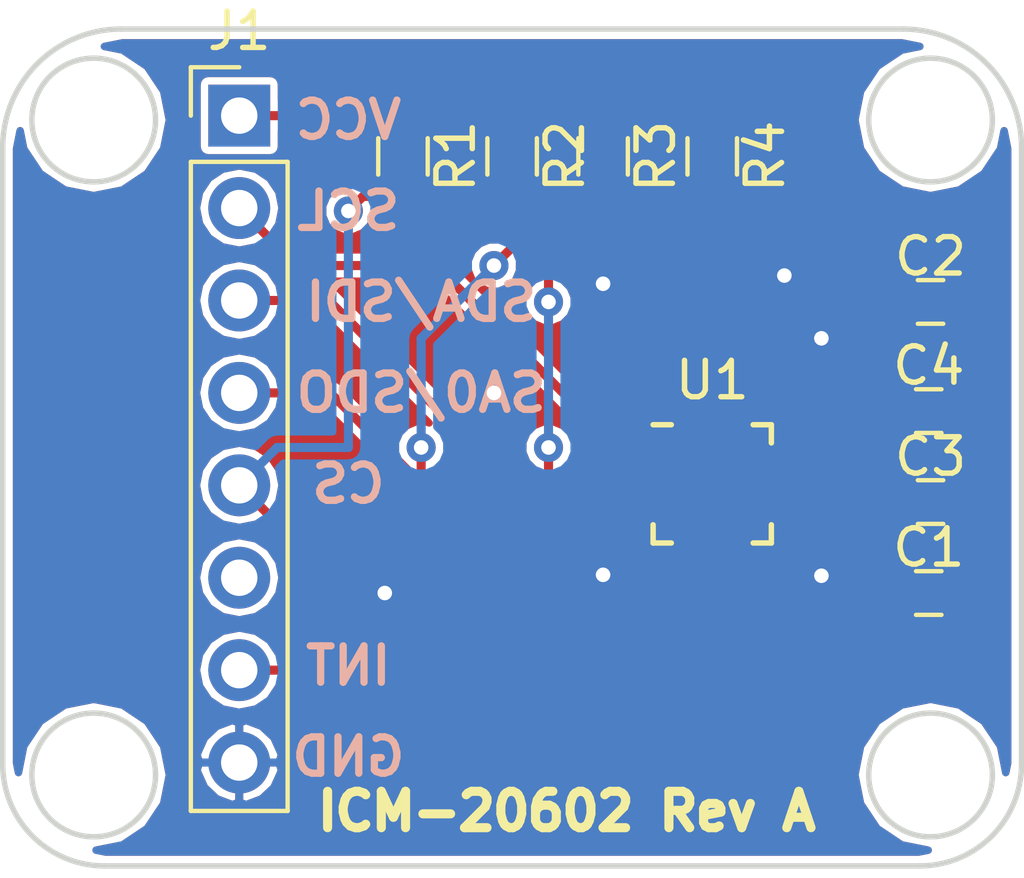
<source format=kicad_pcb>
(kicad_pcb (version 20170919) (host pcbnew "(2017-09-19 revision dddaa7e69)-makepkg")

  (general
    (thickness 1.6)
    (drawings 20)
    (tracks 76)
    (zones 0)
    (modules 10)
    (nets 12)
  )

  (page A4)
  (layers
    (0 F.Cu signal)
    (31 B.Cu signal)
    (32 B.Adhes user)
    (33 F.Adhes user)
    (34 B.Paste user)
    (35 F.Paste user)
    (36 B.SilkS user)
    (37 F.SilkS user)
    (38 B.Mask user)
    (39 F.Mask user)
    (40 Dwgs.User user)
    (41 Cmts.User user)
    (42 Eco1.User user)
    (43 Eco2.User user)
    (44 Edge.Cuts user)
    (45 Margin user)
    (46 B.CrtYd user)
    (47 F.CrtYd user)
    (48 B.Fab user)
    (49 F.Fab user)
  )

  (setup
    (last_trace_width 0.25)
    (user_trace_width 0.2032)
    (trace_clearance 0.2)
    (zone_clearance 0.2032)
    (zone_45_only no)
    (trace_min 0.2)
    (segment_width 0.2)
    (edge_width 0.15)
    (via_size 0.8)
    (via_drill 0.4)
    (via_min_size 0.4)
    (via_min_drill 0.3)
    (uvia_size 0.3)
    (uvia_drill 0.1)
    (uvias_allowed no)
    (uvia_min_size 0.2)
    (uvia_min_drill 0.1)
    (pcb_text_width 0.2)
    (pcb_text_size 1 1)
    (mod_edge_width 0.15)
    (mod_text_size 1 1)
    (mod_text_width 0.15)
    (pad_size 1.524 1.524)
    (pad_drill 0.762)
    (pad_to_mask_clearance 0.2)
    (aux_axis_origin 0 0)
    (visible_elements 7FFFFFFF)
    (pcbplotparams
      (layerselection 0x00030_ffffffff)
      (usegerberextensions false)
      (usegerberattributes true)
      (usegerberadvancedattributes true)
      (creategerberjobfile true)
      (excludeedgelayer true)
      (linewidth 0.100000)
      (plotframeref false)
      (viasonmask false)
      (mode 1)
      (useauxorigin false)
      (hpglpennumber 1)
      (hpglpenspeed 20)
      (hpglpendiameter 15)
      (psnegative false)
      (psa4output false)
      (plotreference true)
      (plotvalue true)
      (plotinvisibletext false)
      (padsonsilk false)
      (subtractmaskfromsilk false)
      (outputformat 1)
      (mirror false)
      (drillshape 1)
      (scaleselection 1)
      (outputdirectory ""))
  )

  (net 0 "")
  (net 1 "Net-(C1-Pad1)")
  (net 2 GND)
  (net 3 VCC)
  (net 4 "Net-(J1-Pad7)")
  (net 5 "Net-(J1-Pad6)")
  (net 6 "Net-(J1-Pad5)")
  (net 7 "Net-(J1-Pad4)")
  (net 8 "Net-(J1-Pad3)")
  (net 9 "Net-(J1-Pad2)")
  (net 10 "Net-(U1-Pad7)")
  (net 11 "Net-(U1-Pad8)")

  (net_class Default "This is the default net class."
    (clearance 0.2)
    (trace_width 0.25)
    (via_dia 0.8)
    (via_drill 0.4)
    (uvia_dia 0.3)
    (uvia_drill 0.1)
    (add_net GND)
    (add_net "Net-(C1-Pad1)")
    (add_net "Net-(J1-Pad2)")
    (add_net "Net-(J1-Pad3)")
    (add_net "Net-(J1-Pad4)")
    (add_net "Net-(J1-Pad5)")
    (add_net "Net-(J1-Pad6)")
    (add_net "Net-(J1-Pad7)")
    (add_net "Net-(U1-Pad7)")
    (add_net "Net-(U1-Pad8)")
    (add_net VCC)
  )

  (module Capacitors_SMD:C_0603_HandSoldering (layer F.Cu) (tedit 58AA848B) (tstamp 5AC741B7)
    (at 147.95 90.5)
    (descr "Capacitor SMD 0603, hand soldering")
    (tags "capacitor 0603")
    (path /5A142057)
    (attr smd)
    (fp_text reference C1 (at 0 -1.25) (layer F.SilkS)
      (effects (font (size 1 1) (thickness 0.15)))
    )
    (fp_text value 0.1u (at 0 1.5) (layer F.Fab)
      (effects (font (size 1 1) (thickness 0.15)))
    )
    (fp_text user %R (at 0 -1.25) (layer F.Fab)
      (effects (font (size 1 1) (thickness 0.15)))
    )
    (fp_line (start -0.8 0.4) (end -0.8 -0.4) (layer F.Fab) (width 0.1))
    (fp_line (start 0.8 0.4) (end -0.8 0.4) (layer F.Fab) (width 0.1))
    (fp_line (start 0.8 -0.4) (end 0.8 0.4) (layer F.Fab) (width 0.1))
    (fp_line (start -0.8 -0.4) (end 0.8 -0.4) (layer F.Fab) (width 0.1))
    (fp_line (start -0.35 -0.6) (end 0.35 -0.6) (layer F.SilkS) (width 0.12))
    (fp_line (start 0.35 0.6) (end -0.35 0.6) (layer F.SilkS) (width 0.12))
    (fp_line (start -1.8 -0.65) (end 1.8 -0.65) (layer F.CrtYd) (width 0.05))
    (fp_line (start -1.8 -0.65) (end -1.8 0.65) (layer F.CrtYd) (width 0.05))
    (fp_line (start 1.8 0.65) (end 1.8 -0.65) (layer F.CrtYd) (width 0.05))
    (fp_line (start 1.8 0.65) (end -1.8 0.65) (layer F.CrtYd) (width 0.05))
    (pad 1 smd rect (at -0.95 0) (size 1.2 0.75) (layers F.Cu F.Paste F.Mask)
      (net 1 "Net-(C1-Pad1)"))
    (pad 2 smd rect (at 0.95 0) (size 1.2 0.75) (layers F.Cu F.Paste F.Mask)
      (net 2 GND))
    (model Capacitors_SMD.3dshapes/C_0603.wrl
      (at (xyz 0 0 0))
      (scale (xyz 1 1 1))
      (rotate (xyz 0 0 0))
    )
  )

  (module Capacitors_SMD:C_0603_HandSoldering (layer F.Cu) (tedit 58AA848B) (tstamp 5AC741C8)
    (at 148 82.5)
    (descr "Capacitor SMD 0603, hand soldering")
    (tags "capacitor 0603")
    (path /59F1D95C)
    (attr smd)
    (fp_text reference C2 (at 0 -1.25) (layer F.SilkS)
      (effects (font (size 1 1) (thickness 0.15)))
    )
    (fp_text value 0.1u (at 0 1.5) (layer F.Fab)
      (effects (font (size 1 1) (thickness 0.15)))
    )
    (fp_line (start 1.8 0.65) (end -1.8 0.65) (layer F.CrtYd) (width 0.05))
    (fp_line (start 1.8 0.65) (end 1.8 -0.65) (layer F.CrtYd) (width 0.05))
    (fp_line (start -1.8 -0.65) (end -1.8 0.65) (layer F.CrtYd) (width 0.05))
    (fp_line (start -1.8 -0.65) (end 1.8 -0.65) (layer F.CrtYd) (width 0.05))
    (fp_line (start 0.35 0.6) (end -0.35 0.6) (layer F.SilkS) (width 0.12))
    (fp_line (start -0.35 -0.6) (end 0.35 -0.6) (layer F.SilkS) (width 0.12))
    (fp_line (start -0.8 -0.4) (end 0.8 -0.4) (layer F.Fab) (width 0.1))
    (fp_line (start 0.8 -0.4) (end 0.8 0.4) (layer F.Fab) (width 0.1))
    (fp_line (start 0.8 0.4) (end -0.8 0.4) (layer F.Fab) (width 0.1))
    (fp_line (start -0.8 0.4) (end -0.8 -0.4) (layer F.Fab) (width 0.1))
    (fp_text user %R (at 0 -1.25) (layer F.Fab)
      (effects (font (size 1 1) (thickness 0.15)))
    )
    (pad 2 smd rect (at 0.95 0) (size 1.2 0.75) (layers F.Cu F.Paste F.Mask)
      (net 2 GND))
    (pad 1 smd rect (at -0.95 0) (size 1.2 0.75) (layers F.Cu F.Paste F.Mask)
      (net 3 VCC))
    (model Capacitors_SMD.3dshapes/C_0603.wrl
      (at (xyz 0 0 0))
      (scale (xyz 1 1 1))
      (rotate (xyz 0 0 0))
    )
  )

  (module Capacitors_SMD:C_0603_HandSoldering (layer F.Cu) (tedit 58AA848B) (tstamp 5AC741D9)
    (at 148 88)
    (descr "Capacitor SMD 0603, hand soldering")
    (tags "capacitor 0603")
    (path /59EDE1D3)
    (attr smd)
    (fp_text reference C3 (at 0 -1.25) (layer F.SilkS)
      (effects (font (size 1 1) (thickness 0.15)))
    )
    (fp_text value 2.2U (at 0 1.5) (layer F.Fab)
      (effects (font (size 1 1) (thickness 0.15)))
    )
    (fp_line (start 1.8 0.65) (end -1.8 0.65) (layer F.CrtYd) (width 0.05))
    (fp_line (start 1.8 0.65) (end 1.8 -0.65) (layer F.CrtYd) (width 0.05))
    (fp_line (start -1.8 -0.65) (end -1.8 0.65) (layer F.CrtYd) (width 0.05))
    (fp_line (start -1.8 -0.65) (end 1.8 -0.65) (layer F.CrtYd) (width 0.05))
    (fp_line (start 0.35 0.6) (end -0.35 0.6) (layer F.SilkS) (width 0.12))
    (fp_line (start -0.35 -0.6) (end 0.35 -0.6) (layer F.SilkS) (width 0.12))
    (fp_line (start -0.8 -0.4) (end 0.8 -0.4) (layer F.Fab) (width 0.1))
    (fp_line (start 0.8 -0.4) (end 0.8 0.4) (layer F.Fab) (width 0.1))
    (fp_line (start 0.8 0.4) (end -0.8 0.4) (layer F.Fab) (width 0.1))
    (fp_line (start -0.8 0.4) (end -0.8 -0.4) (layer F.Fab) (width 0.1))
    (fp_text user %R (at 0 -1.25) (layer F.Fab)
      (effects (font (size 1 1) (thickness 0.15)))
    )
    (pad 2 smd rect (at 0.95 0) (size 1.2 0.75) (layers F.Cu F.Paste F.Mask)
      (net 2 GND))
    (pad 1 smd rect (at -0.95 0) (size 1.2 0.75) (layers F.Cu F.Paste F.Mask)
      (net 3 VCC))
    (model Capacitors_SMD.3dshapes/C_0603.wrl
      (at (xyz 0 0 0))
      (scale (xyz 1 1 1))
      (rotate (xyz 0 0 0))
    )
  )

  (module Capacitors_SMD:C_0603_HandSoldering (layer F.Cu) (tedit 58AA848B) (tstamp 5AC741EA)
    (at 147.95 85.5)
    (descr "Capacitor SMD 0603, hand soldering")
    (tags "capacitor 0603")
    (path /59EDE225)
    (attr smd)
    (fp_text reference C4 (at 0 -1.25) (layer F.SilkS)
      (effects (font (size 1 1) (thickness 0.15)))
    )
    (fp_text value 10n (at 0 1.5) (layer F.Fab)
      (effects (font (size 1 1) (thickness 0.15)))
    )
    (fp_text user %R (at 0 -1.25) (layer F.Fab)
      (effects (font (size 1 1) (thickness 0.15)))
    )
    (fp_line (start -0.8 0.4) (end -0.8 -0.4) (layer F.Fab) (width 0.1))
    (fp_line (start 0.8 0.4) (end -0.8 0.4) (layer F.Fab) (width 0.1))
    (fp_line (start 0.8 -0.4) (end 0.8 0.4) (layer F.Fab) (width 0.1))
    (fp_line (start -0.8 -0.4) (end 0.8 -0.4) (layer F.Fab) (width 0.1))
    (fp_line (start -0.35 -0.6) (end 0.35 -0.6) (layer F.SilkS) (width 0.12))
    (fp_line (start 0.35 0.6) (end -0.35 0.6) (layer F.SilkS) (width 0.12))
    (fp_line (start -1.8 -0.65) (end 1.8 -0.65) (layer F.CrtYd) (width 0.05))
    (fp_line (start -1.8 -0.65) (end -1.8 0.65) (layer F.CrtYd) (width 0.05))
    (fp_line (start 1.8 0.65) (end 1.8 -0.65) (layer F.CrtYd) (width 0.05))
    (fp_line (start 1.8 0.65) (end -1.8 0.65) (layer F.CrtYd) (width 0.05))
    (pad 1 smd rect (at -0.95 0) (size 1.2 0.75) (layers F.Cu F.Paste F.Mask)
      (net 3 VCC))
    (pad 2 smd rect (at 0.95 0) (size 1.2 0.75) (layers F.Cu F.Paste F.Mask)
      (net 2 GND))
    (model Capacitors_SMD.3dshapes/C_0603.wrl
      (at (xyz 0 0 0))
      (scale (xyz 1 1 1))
      (rotate (xyz 0 0 0))
    )
  )

  (module Pin_Headers:Pin_Header_Straight_1x08_Pitch2.54mm (layer F.Cu) (tedit 59650532) (tstamp 5AC74206)
    (at 129 77.38)
    (descr "Through hole straight pin header, 1x08, 2.54mm pitch, single row")
    (tags "Through hole pin header THT 1x08 2.54mm single row")
    (path /5AC6CBC5)
    (fp_text reference J1 (at 0 -2.33) (layer F.SilkS)
      (effects (font (size 1 1) (thickness 0.15)))
    )
    (fp_text value Conn_01x08 (at 0 20.11) (layer F.Fab)
      (effects (font (size 1 1) (thickness 0.15)))
    )
    (fp_text user %R (at 0 8.89 90) (layer F.Fab)
      (effects (font (size 1 1) (thickness 0.15)))
    )
    (fp_line (start 1.8 -1.8) (end -1.8 -1.8) (layer F.CrtYd) (width 0.05))
    (fp_line (start 1.8 19.55) (end 1.8 -1.8) (layer F.CrtYd) (width 0.05))
    (fp_line (start -1.8 19.55) (end 1.8 19.55) (layer F.CrtYd) (width 0.05))
    (fp_line (start -1.8 -1.8) (end -1.8 19.55) (layer F.CrtYd) (width 0.05))
    (fp_line (start -1.33 -1.33) (end 0 -1.33) (layer F.SilkS) (width 0.12))
    (fp_line (start -1.33 0) (end -1.33 -1.33) (layer F.SilkS) (width 0.12))
    (fp_line (start -1.33 1.27) (end 1.33 1.27) (layer F.SilkS) (width 0.12))
    (fp_line (start 1.33 1.27) (end 1.33 19.11) (layer F.SilkS) (width 0.12))
    (fp_line (start -1.33 1.27) (end -1.33 19.11) (layer F.SilkS) (width 0.12))
    (fp_line (start -1.33 19.11) (end 1.33 19.11) (layer F.SilkS) (width 0.12))
    (fp_line (start -1.27 -0.635) (end -0.635 -1.27) (layer F.Fab) (width 0.1))
    (fp_line (start -1.27 19.05) (end -1.27 -0.635) (layer F.Fab) (width 0.1))
    (fp_line (start 1.27 19.05) (end -1.27 19.05) (layer F.Fab) (width 0.1))
    (fp_line (start 1.27 -1.27) (end 1.27 19.05) (layer F.Fab) (width 0.1))
    (fp_line (start -0.635 -1.27) (end 1.27 -1.27) (layer F.Fab) (width 0.1))
    (pad 8 thru_hole oval (at 0 17.78) (size 1.7 1.7) (drill 1) (layers *.Cu *.Mask)
      (net 2 GND))
    (pad 7 thru_hole oval (at 0 15.24) (size 1.7 1.7) (drill 1) (layers *.Cu *.Mask)
      (net 4 "Net-(J1-Pad7)"))
    (pad 6 thru_hole oval (at 0 12.7) (size 1.7 1.7) (drill 1) (layers *.Cu *.Mask)
      (net 5 "Net-(J1-Pad6)"))
    (pad 5 thru_hole oval (at 0 10.16) (size 1.7 1.7) (drill 1) (layers *.Cu *.Mask)
      (net 6 "Net-(J1-Pad5)"))
    (pad 4 thru_hole oval (at 0 7.62) (size 1.7 1.7) (drill 1) (layers *.Cu *.Mask)
      (net 7 "Net-(J1-Pad4)"))
    (pad 3 thru_hole oval (at 0 5.08) (size 1.7 1.7) (drill 1) (layers *.Cu *.Mask)
      (net 8 "Net-(J1-Pad3)"))
    (pad 2 thru_hole oval (at 0 2.54) (size 1.7 1.7) (drill 1) (layers *.Cu *.Mask)
      (net 9 "Net-(J1-Pad2)"))
    (pad 1 thru_hole rect (at 0 0) (size 1.7 1.7) (drill 1) (layers *.Cu *.Mask)
      (net 3 VCC))
    (model ${KISYS3DMOD}/Pin_Headers.3dshapes/Pin_Header_Straight_1x08_Pitch2.54mm.wrl
      (at (xyz 0 0 0))
      (scale (xyz 1 1 1))
      (rotate (xyz 0 0 0))
    )
  )

  (module Resistors_SMD:R_0603_HandSoldering (layer F.Cu) (tedit 58E0A804) (tstamp 5AC74217)
    (at 133.5 78.5 270)
    (descr "Resistor SMD 0603, hand soldering")
    (tags "resistor 0603")
    (path /5AC6CDB1)
    (attr smd)
    (fp_text reference R1 (at 0 -1.45 270) (layer F.SilkS)
      (effects (font (size 1 1) (thickness 0.15)))
    )
    (fp_text value 10K (at 0 1.55 270) (layer F.Fab)
      (effects (font (size 1 1) (thickness 0.15)))
    )
    (fp_line (start 1.95 0.7) (end -1.96 0.7) (layer F.CrtYd) (width 0.05))
    (fp_line (start 1.95 0.7) (end 1.95 -0.7) (layer F.CrtYd) (width 0.05))
    (fp_line (start -1.96 -0.7) (end -1.96 0.7) (layer F.CrtYd) (width 0.05))
    (fp_line (start -1.96 -0.7) (end 1.95 -0.7) (layer F.CrtYd) (width 0.05))
    (fp_line (start -0.5 -0.68) (end 0.5 -0.68) (layer F.SilkS) (width 0.12))
    (fp_line (start 0.5 0.68) (end -0.5 0.68) (layer F.SilkS) (width 0.12))
    (fp_line (start -0.8 -0.4) (end 0.8 -0.4) (layer F.Fab) (width 0.1))
    (fp_line (start 0.8 -0.4) (end 0.8 0.4) (layer F.Fab) (width 0.1))
    (fp_line (start 0.8 0.4) (end -0.8 0.4) (layer F.Fab) (width 0.1))
    (fp_line (start -0.8 0.4) (end -0.8 -0.4) (layer F.Fab) (width 0.1))
    (fp_text user %R (at 0 0 270) (layer F.Fab)
      (effects (font (size 0.4 0.4) (thickness 0.075)))
    )
    (pad 2 smd rect (at 1.1 0 270) (size 1.2 0.9) (layers F.Cu F.Paste F.Mask)
      (net 6 "Net-(J1-Pad5)"))
    (pad 1 smd rect (at -1.1 0 270) (size 1.2 0.9) (layers F.Cu F.Paste F.Mask)
      (net 3 VCC))
    (model ${KISYS3DMOD}/Resistors_SMD.3dshapes/R_0603.wrl
      (at (xyz 0 0 0))
      (scale (xyz 1 1 1))
      (rotate (xyz 0 0 0))
    )
  )

  (module Resistors_SMD:R_0603_HandSoldering (layer F.Cu) (tedit 58E0A804) (tstamp 5AC74228)
    (at 136.5 78.5 270)
    (descr "Resistor SMD 0603, hand soldering")
    (tags "resistor 0603")
    (path /5AC6CF55)
    (attr smd)
    (fp_text reference R2 (at 0 -1.45 270) (layer F.SilkS)
      (effects (font (size 1 1) (thickness 0.15)))
    )
    (fp_text value 10K (at 0 1.55 270) (layer F.Fab)
      (effects (font (size 1 1) (thickness 0.15)))
    )
    (fp_text user %R (at 0 0 270) (layer F.Fab)
      (effects (font (size 0.4 0.4) (thickness 0.075)))
    )
    (fp_line (start -0.8 0.4) (end -0.8 -0.4) (layer F.Fab) (width 0.1))
    (fp_line (start 0.8 0.4) (end -0.8 0.4) (layer F.Fab) (width 0.1))
    (fp_line (start 0.8 -0.4) (end 0.8 0.4) (layer F.Fab) (width 0.1))
    (fp_line (start -0.8 -0.4) (end 0.8 -0.4) (layer F.Fab) (width 0.1))
    (fp_line (start 0.5 0.68) (end -0.5 0.68) (layer F.SilkS) (width 0.12))
    (fp_line (start -0.5 -0.68) (end 0.5 -0.68) (layer F.SilkS) (width 0.12))
    (fp_line (start -1.96 -0.7) (end 1.95 -0.7) (layer F.CrtYd) (width 0.05))
    (fp_line (start -1.96 -0.7) (end -1.96 0.7) (layer F.CrtYd) (width 0.05))
    (fp_line (start 1.95 0.7) (end 1.95 -0.7) (layer F.CrtYd) (width 0.05))
    (fp_line (start 1.95 0.7) (end -1.96 0.7) (layer F.CrtYd) (width 0.05))
    (pad 1 smd rect (at -1.1 0 270) (size 1.2 0.9) (layers F.Cu F.Paste F.Mask)
      (net 3 VCC))
    (pad 2 smd rect (at 1.1 0 270) (size 1.2 0.9) (layers F.Cu F.Paste F.Mask)
      (net 7 "Net-(J1-Pad4)"))
    (model ${KISYS3DMOD}/Resistors_SMD.3dshapes/R_0603.wrl
      (at (xyz 0 0 0))
      (scale (xyz 1 1 1))
      (rotate (xyz 0 0 0))
    )
  )

  (module Resistors_SMD:R_0603_HandSoldering (layer F.Cu) (tedit 58E0A804) (tstamp 5AC74239)
    (at 139 78.5 270)
    (descr "Resistor SMD 0603, hand soldering")
    (tags "resistor 0603")
    (path /5AC6CF79)
    (attr smd)
    (fp_text reference R3 (at 0 -1.45 270) (layer F.SilkS)
      (effects (font (size 1 1) (thickness 0.15)))
    )
    (fp_text value 10K (at 0 1.55 270) (layer F.Fab)
      (effects (font (size 1 1) (thickness 0.15)))
    )
    (fp_line (start 1.95 0.7) (end -1.96 0.7) (layer F.CrtYd) (width 0.05))
    (fp_line (start 1.95 0.7) (end 1.95 -0.7) (layer F.CrtYd) (width 0.05))
    (fp_line (start -1.96 -0.7) (end -1.96 0.7) (layer F.CrtYd) (width 0.05))
    (fp_line (start -1.96 -0.7) (end 1.95 -0.7) (layer F.CrtYd) (width 0.05))
    (fp_line (start -0.5 -0.68) (end 0.5 -0.68) (layer F.SilkS) (width 0.12))
    (fp_line (start 0.5 0.68) (end -0.5 0.68) (layer F.SilkS) (width 0.12))
    (fp_line (start -0.8 -0.4) (end 0.8 -0.4) (layer F.Fab) (width 0.1))
    (fp_line (start 0.8 -0.4) (end 0.8 0.4) (layer F.Fab) (width 0.1))
    (fp_line (start 0.8 0.4) (end -0.8 0.4) (layer F.Fab) (width 0.1))
    (fp_line (start -0.8 0.4) (end -0.8 -0.4) (layer F.Fab) (width 0.1))
    (fp_text user %R (at 0 0 270) (layer F.Fab)
      (effects (font (size 0.4 0.4) (thickness 0.075)))
    )
    (pad 2 smd rect (at 1.1 0 270) (size 1.2 0.9) (layers F.Cu F.Paste F.Mask)
      (net 8 "Net-(J1-Pad3)"))
    (pad 1 smd rect (at -1.1 0 270) (size 1.2 0.9) (layers F.Cu F.Paste F.Mask)
      (net 3 VCC))
    (model ${KISYS3DMOD}/Resistors_SMD.3dshapes/R_0603.wrl
      (at (xyz 0 0 0))
      (scale (xyz 1 1 1))
      (rotate (xyz 0 0 0))
    )
  )

  (module Resistors_SMD:R_0603_HandSoldering (layer F.Cu) (tedit 58E0A804) (tstamp 5AC7424A)
    (at 142 78.5 270)
    (descr "Resistor SMD 0603, hand soldering")
    (tags "resistor 0603")
    (path /5AC6CF9B)
    (attr smd)
    (fp_text reference R4 (at 0 -1.45 270) (layer F.SilkS)
      (effects (font (size 1 1) (thickness 0.15)))
    )
    (fp_text value 10K (at 0 1.55 270) (layer F.Fab)
      (effects (font (size 1 1) (thickness 0.15)))
    )
    (fp_text user %R (at 0 0 270) (layer F.Fab)
      (effects (font (size 0.4 0.4) (thickness 0.075)))
    )
    (fp_line (start -0.8 0.4) (end -0.8 -0.4) (layer F.Fab) (width 0.1))
    (fp_line (start 0.8 0.4) (end -0.8 0.4) (layer F.Fab) (width 0.1))
    (fp_line (start 0.8 -0.4) (end 0.8 0.4) (layer F.Fab) (width 0.1))
    (fp_line (start -0.8 -0.4) (end 0.8 -0.4) (layer F.Fab) (width 0.1))
    (fp_line (start 0.5 0.68) (end -0.5 0.68) (layer F.SilkS) (width 0.12))
    (fp_line (start -0.5 -0.68) (end 0.5 -0.68) (layer F.SilkS) (width 0.12))
    (fp_line (start -1.96 -0.7) (end 1.95 -0.7) (layer F.CrtYd) (width 0.05))
    (fp_line (start -1.96 -0.7) (end -1.96 0.7) (layer F.CrtYd) (width 0.05))
    (fp_line (start 1.95 0.7) (end 1.95 -0.7) (layer F.CrtYd) (width 0.05))
    (fp_line (start 1.95 0.7) (end -1.96 0.7) (layer F.CrtYd) (width 0.05))
    (pad 1 smd rect (at -1.1 0 270) (size 1.2 0.9) (layers F.Cu F.Paste F.Mask)
      (net 3 VCC))
    (pad 2 smd rect (at 1.1 0 270) (size 1.2 0.9) (layers F.Cu F.Paste F.Mask)
      (net 9 "Net-(J1-Pad2)"))
    (model ${KISYS3DMOD}/Resistors_SMD.3dshapes/R_0603.wrl
      (at (xyz 0 0 0))
      (scale (xyz 1 1 1))
      (rotate (xyz 0 0 0))
    )
  )

  (module KicadFootprint:QFN-16-no_center_3x3mm_Pitch0.5mm (layer F.Cu) (tedit 59F20584) (tstamp 5AC7426E)
    (at 142 87.5)
    (descr "16-Lead Plastic Quad Flat, No Lead Package (NG) - 3x3x0.9 mm Body [QFN]; (see Microchip Packaging Specification 00000049BS.pdf)")
    (tags "QFN 0.5")
    (path /59F1D1C3)
    (attr smd)
    (fp_text reference U1 (at 0 -2.85) (layer F.SilkS)
      (effects (font (size 1 1) (thickness 0.15)))
    )
    (fp_text value ICM-20602 (at 0 2.85) (layer F.Fab)
      (effects (font (size 1 1) (thickness 0.15)))
    )
    (fp_line (start -0.5 -1.5) (end 1.5 -1.5) (layer F.Fab) (width 0.15))
    (fp_line (start 1.5 -1.5) (end 1.5 1.5) (layer F.Fab) (width 0.15))
    (fp_line (start 1.5 1.5) (end -1.5 1.5) (layer F.Fab) (width 0.15))
    (fp_line (start -1.5 1.5) (end -1.5 -0.5) (layer F.Fab) (width 0.15))
    (fp_line (start -1.5 -0.5) (end -0.5 -1.5) (layer F.Fab) (width 0.15))
    (fp_line (start -2.1 -2.1) (end -2.1 2.1) (layer F.CrtYd) (width 0.05))
    (fp_line (start 2.1 -2.1) (end 2.1 2.1) (layer F.CrtYd) (width 0.05))
    (fp_line (start -2.1 -2.1) (end 2.1 -2.1) (layer F.CrtYd) (width 0.05))
    (fp_line (start -2.1 2.1) (end 2.1 2.1) (layer F.CrtYd) (width 0.05))
    (fp_line (start 1.625 -1.625) (end 1.625 -1.125) (layer F.SilkS) (width 0.15))
    (fp_line (start -1.625 1.625) (end -1.625 1.125) (layer F.SilkS) (width 0.15))
    (fp_line (start 1.625 1.625) (end 1.625 1.125) (layer F.SilkS) (width 0.15))
    (fp_line (start -1.625 -1.625) (end -1.125 -1.625) (layer F.SilkS) (width 0.15))
    (fp_line (start -1.625 1.625) (end -1.125 1.625) (layer F.SilkS) (width 0.15))
    (fp_line (start 1.625 1.625) (end 1.125 1.625) (layer F.SilkS) (width 0.15))
    (fp_line (start 1.625 -1.625) (end 1.125 -1.625) (layer F.SilkS) (width 0.15))
    (pad 1 smd oval (at -1.475 -1) (size 0.75 0.3) (layers F.Cu F.Paste F.Mask)
      (net 3 VCC))
    (pad 2 smd oval (at -1.475 -0.5) (size 0.75 0.3) (layers F.Cu F.Paste F.Mask)
      (net 9 "Net-(J1-Pad2)"))
    (pad 3 smd oval (at -1.5 0) (size 0.75 0.3) (layers F.Cu F.Paste F.Mask)
      (net 8 "Net-(J1-Pad3)"))
    (pad 4 smd oval (at -1.475 0.5) (size 0.75 0.3) (layers F.Cu F.Paste F.Mask)
      (net 7 "Net-(J1-Pad4)"))
    (pad 5 smd oval (at -1.5 1 180) (size 0.75 0.3) (layers F.Cu F.Paste F.Mask)
      (net 6 "Net-(J1-Pad5)"))
    (pad 6 smd oval (at -0.5 1.475 90) (size 0.75 0.3) (layers F.Cu F.Paste F.Mask)
      (net 4 "Net-(J1-Pad7)"))
    (pad 7 smd oval (at 0 1.475 90) (size 0.75 0.3) (layers F.Cu F.Paste F.Mask)
      (net 10 "Net-(U1-Pad7)"))
    (pad 8 smd oval (at 0.5 1.475 90) (size 0.75 0.3) (layers F.Cu F.Paste F.Mask)
      (net 11 "Net-(U1-Pad8)"))
    (pad 9 smd oval (at 1.475 1) (size 0.75 0.3) (layers F.Cu F.Paste F.Mask)
      (net 2 GND))
    (pad 10 smd oval (at 1.5 0.5) (size 0.75 0.3) (layers F.Cu F.Paste F.Mask)
      (net 2 GND))
    (pad 11 smd oval (at 1.5 0) (size 0.75 0.3) (layers F.Cu F.Paste F.Mask)
      (net 2 GND))
    (pad 12 smd oval (at 1.5 -0.5) (size 0.75 0.3) (layers F.Cu F.Paste F.Mask)
      (net 2 GND))
    (pad 13 smd oval (at 1.5 -1 180) (size 0.75 0.3) (layers F.Cu F.Paste F.Mask)
      (net 2 GND))
    (pad 14 smd oval (at 0.5 -1.475 90) (size 0.75 0.3) (layers F.Cu F.Paste F.Mask)
      (net 1 "Net-(C1-Pad1)"))
    (pad 15 smd oval (at 0 -1.5 90) (size 0.75 0.3) (layers F.Cu F.Paste F.Mask)
      (net 2 GND))
    (pad 16 smd oval (at -0.5 -1.5 90) (size 0.75 0.3) (layers F.Cu F.Paste F.Mask)
      (net 3 VCC))
    (model ${KISYS3DMOD}/Housings_DFN_QFN.3dshapes/QFN-16-1EP_3x3mm_Pitch0.5mm.wrl
      (at (xyz 0 0 0))
      (scale (xyz 1 1 1))
      (rotate (xyz 0 0 0))
    )
  )

  (gr_text "GND\n" (at 132 95) (layer B.SilkS)
    (effects (font (size 1 1) (thickness 0.2)) (justify mirror))
  )
  (gr_text "INT\n" (at 132 92.5) (layer B.SilkS)
    (effects (font (size 1 1) (thickness 0.2)) (justify mirror))
  )
  (gr_text CS (at 132 87.5) (layer B.SilkS)
    (effects (font (size 1 1) (thickness 0.2)) (justify mirror))
  )
  (gr_text SA0/SDO (at 134 85) (layer B.SilkS)
    (effects (font (size 1 1) (thickness 0.2)) (justify mirror))
  )
  (gr_text SDA/SDI (at 134 82.5) (layer B.SilkS)
    (effects (font (size 1 1) (thickness 0.2)) (justify mirror))
  )
  (gr_text SCL (at 132 80) (layer B.SilkS)
    (effects (font (size 1 1) (thickness 0.2)) (justify mirror))
  )
  (gr_text VCC (at 132 77.5) (layer B.SilkS)
    (effects (font (size 1 1) (thickness 0.2)) (justify mirror))
  )
  (gr_text "ICM-20602 Rev A" (at 138 96.5) (layer F.SilkS)
    (effects (font (size 1 1) (thickness 0.25)))
  )
  (gr_line (start 122.5 95.207309) (end 122.5 78.252691) (angle 90) (layer Edge.Cuts) (width 0.15))
  (gr_line (start 147.707309 98) (end 125.292691 98) (angle 90) (layer Edge.Cuts) (width 0.15))
  (gr_line (start 150.5 78.252691) (end 150.5 95.207309) (angle 90) (layer Edge.Cuts) (width 0.15))
  (gr_line (start 125.752691 75) (end 147.247309 75) (angle 90) (layer Edge.Cuts) (width 0.15))
  (gr_circle (center 125 77.5) (end 123.3 77.5) (layer Edge.Cuts) (width 0.15))
  (gr_circle (center 125 95.5) (end 123.3 95.5) (layer Edge.Cuts) (width 0.15))
  (gr_circle (center 148 77.5) (end 146.3 77.5) (layer Edge.Cuts) (width 0.15))
  (gr_circle (center 148 95.5) (end 146.3 95.5) (layer Edge.Cuts) (width 0.15))
  (gr_arc (start 125.752691 78.252691) (end 125.752691 75) (angle -90) (layer Edge.Cuts) (width 0.15))
  (gr_arc (start 147.247309 78.252691) (end 150.5 78.252691) (angle -90) (layer Edge.Cuts) (width 0.15))
  (gr_arc (start 147.707309 95.207309) (end 147.707309 98) (angle -90) (layer Edge.Cuts) (width 0.15))
  (gr_arc (start 125.292691 95.207309) (end 122.5 95.207309) (angle -90) (layer Edge.Cuts) (width 0.15))

  (segment (start 145 89) (end 145.275 89) (width 0.25) (layer F.Cu) (net 1))
  (segment (start 145.275 89) (end 146.775 90.5) (width 0.25) (layer F.Cu) (net 1))
  (segment (start 146.775 90.5) (end 147 90.5) (width 0.25) (layer F.Cu) (net 1))
  (segment (start 142.5 86.025) (end 142.5 85) (width 0.25) (layer F.Cu) (net 1))
  (segment (start 142.5 85) (end 143 84.5) (width 0.25) (layer F.Cu) (net 1))
  (segment (start 143 84.5) (end 144.5 84.5) (width 0.25) (layer F.Cu) (net 1))
  (segment (start 144.5 84.5) (end 145 85) (width 0.25) (layer F.Cu) (net 1))
  (segment (start 145 85) (end 145 89) (width 0.25) (layer F.Cu) (net 1))
  (via (at 133 90.5) (size 0.8) (drill 0.4) (layers F.Cu B.Cu) (net 2))
  (via (at 145 83.5) (size 0.8) (drill 0.4) (layers F.Cu B.Cu) (net 2))
  (via (at 143.982102 81.77499) (size 0.8) (drill 0.4) (layers F.Cu B.Cu) (net 2))
  (via (at 145.000481 90.025472) (size 0.8) (drill 0.4) (layers F.Cu B.Cu) (net 2))
  (via (at 139 82) (size 0.8) (drill 0.4) (layers F.Cu B.Cu) (net 2))
  (via (at 136 85) (size 0.8) (drill 0.4) (layers F.Cu B.Cu) (net 2))
  (via (at 139 90) (size 0.8) (drill 0.4) (layers F.Cu B.Cu) (net 2))
  (segment (start 147.05 82.5) (end 146.825 82.5) (width 0.25) (layer F.Cu) (net 3))
  (segment (start 146.825 82.5) (end 142 77.675) (width 0.25) (layer F.Cu) (net 3))
  (segment (start 142 77.675) (end 142 77.4) (width 0.25) (layer F.Cu) (net 3))
  (segment (start 142.5 82.5) (end 141.5 83.5) (width 0.25) (layer F.Cu) (net 3))
  (segment (start 147.05 82.5) (end 142.5 82.5) (width 0.25) (layer F.Cu) (net 3))
  (segment (start 147 85.5) (end 147 82.55) (width 0.25) (layer F.Cu) (net 3))
  (segment (start 147 82.55) (end 147.05 82.5) (width 0.25) (layer F.Cu) (net 3))
  (segment (start 147.05 88) (end 147.05 85.55) (width 0.25) (layer F.Cu) (net 3))
  (segment (start 147.05 85.55) (end 147 85.5) (width 0.25) (layer F.Cu) (net 3))
  (segment (start 139 77.4) (end 142 77.4) (width 0.25) (layer F.Cu) (net 3))
  (segment (start 136.5 77.4) (end 139 77.4) (width 0.25) (layer F.Cu) (net 3))
  (segment (start 133.5 77.4) (end 136.5 77.4) (width 0.25) (layer F.Cu) (net 3))
  (segment (start 129 77.38) (end 133.48 77.38) (width 0.25) (layer F.Cu) (net 3))
  (segment (start 133.48 77.38) (end 133.5 77.4) (width 0.25) (layer F.Cu) (net 3))
  (segment (start 139 84.5) (end 140.5 84.5) (width 0.25) (layer F.Cu) (net 3))
  (segment (start 140.5 84.5) (end 141.5 83.5) (width 0.25) (layer F.Cu) (net 3))
  (segment (start 139 86.5) (end 139 84.5) (width 0.25) (layer F.Cu) (net 3))
  (segment (start 140.525 86.5) (end 139 86.5) (width 0.25) (layer F.Cu) (net 3))
  (segment (start 141.5 83.5) (end 141.5 86) (width 0.25) (layer F.Cu) (net 3))
  (segment (start 141.5 88.975) (end 141.5 91) (width 0.25) (layer F.Cu) (net 4))
  (segment (start 141.5 91) (end 139.88 92.62) (width 0.25) (layer F.Cu) (net 4))
  (segment (start 139.88 92.62) (end 129 92.62) (width 0.25) (layer F.Cu) (net 4))
  (segment (start 132 86.5) (end 130.04 86.5) (width 0.25) (layer B.Cu) (net 6))
  (segment (start 130.04 86.5) (end 129 87.54) (width 0.25) (layer B.Cu) (net 6))
  (segment (start 132 80) (end 132 86.5) (width 0.25) (layer B.Cu) (net 6))
  (segment (start 133.5 79.6) (end 132.4 79.6) (width 0.25) (layer F.Cu) (net 6))
  (via (at 132 80) (size 0.8) (drill 0.4) (layers F.Cu B.Cu) (net 6))
  (segment (start 132.4 79.6) (end 132 80) (width 0.25) (layer F.Cu) (net 6))
  (segment (start 140.5 88.5) (end 129.96 88.5) (width 0.25) (layer F.Cu) (net 6))
  (segment (start 129.96 88.5) (end 129 87.54) (width 0.25) (layer F.Cu) (net 6))
  (segment (start 134.5 88) (end 134 87.5) (width 0.25) (layer F.Cu) (net 7))
  (segment (start 134 87.5) (end 131.5 85) (width 0.25) (layer F.Cu) (net 7))
  (segment (start 134 86.5) (end 134 87.5) (width 0.25) (layer F.Cu) (net 7))
  (segment (start 136 81.5) (end 134 83.5) (width 0.25) (layer B.Cu) (net 7))
  (segment (start 134 83.5) (end 134 86.5) (width 0.25) (layer B.Cu) (net 7))
  (via (at 134 86.5) (size 0.8) (drill 0.4) (layers F.Cu B.Cu) (net 7))
  (segment (start 136.5 79.6) (end 136.5 81) (width 0.25) (layer F.Cu) (net 7))
  (segment (start 136.5 81) (end 136 81.5) (width 0.25) (layer F.Cu) (net 7))
  (via (at 136 81.5) (size 0.8) (drill 0.4) (layers F.Cu B.Cu) (net 7))
  (segment (start 131.5 85) (end 129 85) (width 0.25) (layer F.Cu) (net 7))
  (segment (start 140.525 88) (end 134.5 88) (width 0.25) (layer F.Cu) (net 7))
  (segment (start 140.5 87.5) (end 137.5 87.5) (width 0.25) (layer F.Cu) (net 8))
  (segment (start 137.5 86.5) (end 137.5 87.5) (width 0.25) (layer F.Cu) (net 8))
  (segment (start 137.5 87.5) (end 136.5 87.5) (width 0.25) (layer F.Cu) (net 8))
  (segment (start 137.5 82.5) (end 137.5 86.5) (width 0.25) (layer B.Cu) (net 8))
  (via (at 137.5 86.5) (size 0.8) (drill 0.4) (layers F.Cu B.Cu) (net 8))
  (segment (start 139 79.6) (end 139 79.75) (width 0.25) (layer F.Cu) (net 8))
  (segment (start 139 79.75) (end 137.5 81.25) (width 0.25) (layer F.Cu) (net 8))
  (segment (start 137.5 81.25) (end 137.5 82.5) (width 0.25) (layer F.Cu) (net 8))
  (via (at 137.5 82.5) (size 0.8) (drill 0.4) (layers F.Cu B.Cu) (net 8))
  (segment (start 136.5 87.5) (end 131.46 82.46) (width 0.25) (layer F.Cu) (net 8))
  (segment (start 131.46 82.46) (end 129 82.46) (width 0.25) (layer F.Cu) (net 8))
  (segment (start 138.4 86.536411) (end 138.4 85.5) (width 0.25) (layer F.Cu) (net 9))
  (segment (start 138.863589 87) (end 138.4 86.536411) (width 0.25) (layer F.Cu) (net 9))
  (segment (start 140.525 87) (end 138.863589 87) (width 0.25) (layer F.Cu) (net 9))
  (segment (start 138.4 85.5) (end 134.4 81.5) (width 0.25) (layer F.Cu) (net 9))
  (segment (start 142 79.6) (end 142 80.45) (width 0.25) (layer F.Cu) (net 9))
  (segment (start 142 80.45) (end 138.4 84.05) (width 0.25) (layer F.Cu) (net 9))
  (segment (start 138.4 84.05) (end 138.4 85.5) (width 0.25) (layer F.Cu) (net 9))
  (segment (start 134.4 81.5) (end 130.58 81.5) (width 0.25) (layer F.Cu) (net 9))
  (segment (start 130.58 81.5) (end 129 79.92) (width 0.25) (layer F.Cu) (net 9))

  (zone (net 2) (net_name GND) (layer F.Cu) (tstamp 0) (hatch edge 0.508)
    (connect_pads (clearance 0.2032))
    (min_thickness 0.2032)
    (fill yes (arc_segments 16) (thermal_gap 0.22) (thermal_bridge_width 0.22))
    (polygon
      (pts
        (xy 122.5 75) (xy 150.5 75) (xy 150.5 98) (xy 122.5 98)
      )
    )
    (filled_polygon
      (pts
        (xy 147.706504 75.47858) (xy 147.204095 75.578515) (xy 146.529359 76.029359) (xy 146.078515 76.704095) (xy 145.9202 77.5)
        (xy 146.078515 78.295905) (xy 146.529359 78.970641) (xy 147.204095 79.421485) (xy 148 79.5798) (xy 148.795905 79.421485)
        (xy 149.470641 78.970641) (xy 149.921485 78.295905) (xy 150.02142 77.793496) (xy 150.1202 78.290096) (xy 150.1202 95.169904)
        (xy 150.06717 95.436504) (xy 149.921485 94.704095) (xy 149.470641 94.029359) (xy 148.795905 93.578515) (xy 148 93.4202)
        (xy 147.204095 93.578515) (xy 146.529359 94.029359) (xy 146.078515 94.704095) (xy 145.9202 95.5) (xy 146.078515 96.295905)
        (xy 146.529359 96.970641) (xy 147.204095 97.421485) (xy 147.936504 97.56717) (xy 147.669903 97.6202) (xy 125.330096 97.6202)
        (xy 125.063496 97.56717) (xy 125.795905 97.421485) (xy 126.470641 96.970641) (xy 126.921485 96.295905) (xy 127.0798 95.5)
        (xy 127.050276 95.351571) (xy 127.844168 95.351571) (xy 127.858838 95.425329) (xy 128.047241 95.841836) (xy 128.380693 96.154539)
        (xy 128.808429 96.315833) (xy 128.9916 96.251171) (xy 128.9916 95.1684) (xy 129.0084 95.1684) (xy 129.0084 96.251171)
        (xy 129.191571 96.315833) (xy 129.619307 96.154539) (xy 129.952759 95.841836) (xy 130.141162 95.425329) (xy 130.155832 95.351571)
        (xy 130.091168 95.1684) (xy 129.0084 95.1684) (xy 128.9916 95.1684) (xy 127.908832 95.1684) (xy 127.844168 95.351571)
        (xy 127.050276 95.351571) (xy 126.974065 94.968429) (xy 127.844168 94.968429) (xy 127.908832 95.1516) (xy 128.9916 95.1516)
        (xy 128.9916 94.068829) (xy 129.0084 94.068829) (xy 129.0084 95.1516) (xy 130.091168 95.1516) (xy 130.155832 94.968429)
        (xy 130.141162 94.894671) (xy 129.952759 94.478164) (xy 129.619307 94.165461) (xy 129.191571 94.004167) (xy 129.0084 94.068829)
        (xy 128.9916 94.068829) (xy 128.808429 94.004167) (xy 128.380693 94.165461) (xy 128.047241 94.478164) (xy 127.858838 94.894671)
        (xy 127.844168 94.968429) (xy 126.974065 94.968429) (xy 126.921485 94.704095) (xy 126.470641 94.029359) (xy 125.795905 93.578515)
        (xy 125 93.4202) (xy 124.204095 93.578515) (xy 123.529359 94.029359) (xy 123.078515 94.704095) (xy 122.93283 95.436504)
        (xy 122.8798 95.169903) (xy 122.8798 90.08) (xy 127.822576 90.08) (xy 127.91048 90.521923) (xy 128.160809 90.896567)
        (xy 128.535453 91.146896) (xy 128.977376 91.2348) (xy 129.022624 91.2348) (xy 129.464547 91.146896) (xy 129.839191 90.896567)
        (xy 130.08952 90.521923) (xy 130.177424 90.08) (xy 130.08952 89.638077) (xy 129.839191 89.263433) (xy 129.464547 89.013104)
        (xy 129.022624 88.9252) (xy 128.977376 88.9252) (xy 128.535453 89.013104) (xy 128.160809 89.263433) (xy 127.91048 89.638077)
        (xy 127.822576 90.08) (xy 122.8798 90.08) (xy 122.8798 79.92) (xy 127.822576 79.92) (xy 127.91048 80.361923)
        (xy 128.160809 80.736567) (xy 128.535453 80.986896) (xy 128.977376 81.0748) (xy 129.022624 81.0748) (xy 129.459977 80.987805)
        (xy 130.276085 81.803914) (xy 130.415522 81.897083) (xy 130.441001 81.902151) (xy 130.58 81.9298) (xy 134.221972 81.9298)
        (xy 137.9702 85.678029) (xy 137.9702 85.973413) (xy 137.899758 85.902848) (xy 137.640808 85.795322) (xy 137.360422 85.795078)
        (xy 137.101284 85.902151) (xy 136.902848 86.100242) (xy 136.795322 86.359192) (xy 136.795078 86.639578) (xy 136.902151 86.898716)
        (xy 137.0702 87.067058) (xy 137.0702 87.0702) (xy 136.678029 87.0702) (xy 131.763914 82.156086) (xy 131.624477 82.062917)
        (xy 131.46 82.0302) (xy 130.091931 82.0302) (xy 130.08952 82.018077) (xy 129.839191 81.643433) (xy 129.464547 81.393104)
        (xy 129.022624 81.3052) (xy 128.977376 81.3052) (xy 128.535453 81.393104) (xy 128.160809 81.643433) (xy 127.91048 82.018077)
        (xy 127.822576 82.46) (xy 127.91048 82.901923) (xy 128.160809 83.276567) (xy 128.535453 83.526896) (xy 128.977376 83.6148)
        (xy 129.022624 83.6148) (xy 129.464547 83.526896) (xy 129.839191 83.276567) (xy 130.08952 82.901923) (xy 130.091931 82.8898)
        (xy 131.281972 82.8898) (xy 134.220645 85.828473) (xy 134.140808 85.795322) (xy 133.860422 85.795078) (xy 133.601284 85.902151)
        (xy 133.402848 86.100242) (xy 133.345699 86.237871) (xy 131.803914 84.696086) (xy 131.664477 84.602917) (xy 131.5 84.5702)
        (xy 130.091931 84.5702) (xy 130.08952 84.558077) (xy 129.839191 84.183433) (xy 129.464547 83.933104) (xy 129.022624 83.8452)
        (xy 128.977376 83.8452) (xy 128.535453 83.933104) (xy 128.160809 84.183433) (xy 127.91048 84.558077) (xy 127.822576 85)
        (xy 127.91048 85.441923) (xy 128.160809 85.816567) (xy 128.535453 86.066896) (xy 128.977376 86.1548) (xy 129.022624 86.1548)
        (xy 129.464547 86.066896) (xy 129.839191 85.816567) (xy 130.08952 85.441923) (xy 130.091931 85.4298) (xy 131.321972 85.4298)
        (xy 133.696086 87.803915) (xy 133.696089 87.803917) (xy 133.962371 88.0702) (xy 130.138029 88.0702) (xy 130.073591 88.005762)
        (xy 130.08952 87.981923) (xy 130.177424 87.54) (xy 130.08952 87.098077) (xy 129.839191 86.723433) (xy 129.464547 86.473104)
        (xy 129.022624 86.3852) (xy 128.977376 86.3852) (xy 128.535453 86.473104) (xy 128.160809 86.723433) (xy 127.91048 87.098077)
        (xy 127.822576 87.54) (xy 127.91048 87.981923) (xy 128.160809 88.356567) (xy 128.535453 88.606896) (xy 128.977376 88.6948)
        (xy 129.022624 88.6948) (xy 129.459976 88.607805) (xy 129.656085 88.803914) (xy 129.795523 88.897083) (xy 129.96 88.9298)
        (xy 140.136 88.9298) (xy 140.261682 88.9548) (xy 140.738318 88.9548) (xy 140.912362 88.92018) (xy 141.0452 88.831421)
        (xy 141.0452 89.213318) (xy 141.0702 89.339) (xy 141.0702 90.821971) (xy 139.701972 92.1902) (xy 130.091931 92.1902)
        (xy 130.08952 92.178077) (xy 129.839191 91.803433) (xy 129.464547 91.553104) (xy 129.022624 91.4652) (xy 128.977376 91.4652)
        (xy 128.535453 91.553104) (xy 128.160809 91.803433) (xy 127.91048 92.178077) (xy 127.822576 92.62) (xy 127.91048 93.061923)
        (xy 128.160809 93.436567) (xy 128.535453 93.686896) (xy 128.977376 93.7748) (xy 129.022624 93.7748) (xy 129.464547 93.686896)
        (xy 129.839191 93.436567) (xy 130.08952 93.061923) (xy 130.091931 93.0498) (xy 139.88 93.0498) (xy 140.044477 93.017083)
        (xy 140.183914 92.923914) (xy 141.803915 91.303914) (xy 141.897083 91.164477) (xy 141.910953 91.094748) (xy 141.9298 91)
        (xy 141.9298 89.654154) (xy 142 89.668118) (xy 142.174044 89.633498) (xy 142.25 89.582746) (xy 142.325956 89.633498)
        (xy 142.5 89.668118) (xy 142.674044 89.633498) (xy 142.821592 89.53491) (xy 142.92018 89.387362) (xy 142.9548 89.213318)
        (xy 142.9548 88.858226) (xy 143.061766 88.932487) (xy 143.2416 88.9716) (xy 143.4666 88.9716) (xy 143.4666 88.5084)
        (xy 143.4834 88.5084) (xy 143.4834 88.9716) (xy 143.7084 88.9716) (xy 143.888234 88.932487) (xy 144.039411 88.827532)
        (xy 144.138916 88.672713) (xy 144.164406 88.582059) (xy 144.09111 88.5084) (xy 143.4834 88.5084) (xy 143.4666 88.5084)
        (xy 143.4466 88.5084) (xy 143.4466 88.4916) (xy 143.4666 88.4916) (xy 143.4666 88.4716) (xy 143.4834 88.4716)
        (xy 143.4834 88.4916) (xy 144.09111 88.4916) (xy 144.164406 88.417941) (xy 144.138916 88.327287) (xy 144.101742 88.269449)
        (xy 144.163916 88.172713) (xy 144.189406 88.082059) (xy 144.11611 88.0084) (xy 143.5084 88.0084) (xy 143.5084 88.0284)
        (xy 143.4916 88.0284) (xy 143.4916 88.0084) (xy 142.88389 88.0084) (xy 142.810594 88.082059) (xy 142.836084 88.172713)
        (xy 142.873258 88.230551) (xy 142.811084 88.327287) (xy 142.791962 88.395292) (xy 142.674044 88.316502) (xy 142.5 88.281882)
        (xy 142.325956 88.316502) (xy 142.25 88.367254) (xy 142.174044 88.316502) (xy 142 88.281882) (xy 141.825956 88.316502)
        (xy 141.75 88.367254) (xy 141.674044 88.316502) (xy 141.5 88.281882) (xy 141.325956 88.316502) (xy 141.178408 88.41509)
        (xy 141.176728 88.417604) (xy 141.158498 88.325956) (xy 141.120246 88.268708) (xy 141.183498 88.174044) (xy 141.218118 88)
        (xy 141.183498 87.825956) (xy 141.120246 87.731292) (xy 141.158498 87.674044) (xy 141.176795 87.582059) (xy 142.810594 87.582059)
        (xy 142.836084 87.672713) (xy 142.885758 87.75) (xy 142.836084 87.827287) (xy 142.810594 87.917941) (xy 142.88389 87.9916)
        (xy 143.4916 87.9916) (xy 143.4916 87.5084) (xy 143.5084 87.5084) (xy 143.5084 87.9916) (xy 144.11611 87.9916)
        (xy 144.189406 87.917941) (xy 144.163916 87.827287) (xy 144.114242 87.75) (xy 144.163916 87.672713) (xy 144.189406 87.582059)
        (xy 144.11611 87.5084) (xy 143.5084 87.5084) (xy 143.4916 87.5084) (xy 142.88389 87.5084) (xy 142.810594 87.582059)
        (xy 141.176795 87.582059) (xy 141.193118 87.5) (xy 141.158498 87.325956) (xy 141.120246 87.268708) (xy 141.183498 87.174044)
        (xy 141.201795 87.082059) (xy 142.810594 87.082059) (xy 142.836084 87.172713) (xy 142.885758 87.25) (xy 142.836084 87.327287)
        (xy 142.810594 87.417941) (xy 142.88389 87.4916) (xy 143.4916 87.4916) (xy 143.4916 87.0084) (xy 143.5084 87.0084)
        (xy 143.5084 87.4916) (xy 144.11611 87.4916) (xy 144.189406 87.417941) (xy 144.163916 87.327287) (xy 144.114242 87.25)
        (xy 144.163916 87.172713) (xy 144.189406 87.082059) (xy 144.11611 87.0084) (xy 143.5084 87.0084) (xy 143.4916 87.0084)
        (xy 142.88389 87.0084) (xy 142.810594 87.082059) (xy 141.201795 87.082059) (xy 141.218118 87) (xy 141.183498 86.825956)
        (xy 141.132746 86.75) (xy 141.183498 86.674044) (xy 141.20294 86.576302) (xy 141.325956 86.658498) (xy 141.5 86.693118)
        (xy 141.674044 86.658498) (xy 141.745044 86.611057) (xy 141.827287 86.663916) (xy 141.917941 86.689406) (xy 141.9916 86.61611)
        (xy 141.9916 86.0084) (xy 141.9716 86.0084) (xy 141.9716 85.9916) (xy 141.9916 85.9916) (xy 141.9916 85.38389)
        (xy 142.0084 85.38389) (xy 142.0084 85.9916) (xy 142.0284 85.9916) (xy 142.0284 86.0084) (xy 142.0084 86.0084)
        (xy 142.0084 86.61611) (xy 142.082059 86.689406) (xy 142.172713 86.663916) (xy 142.235885 86.623314) (xy 142.325956 86.683498)
        (xy 142.5 86.718118) (xy 142.674044 86.683498) (xy 142.813008 86.590645) (xy 142.836084 86.672713) (xy 142.885758 86.75)
        (xy 142.836084 86.827287) (xy 142.810594 86.917941) (xy 142.88389 86.9916) (xy 143.4916 86.9916) (xy 143.4916 86.5084)
        (xy 143.5084 86.5084) (xy 143.5084 86.9916) (xy 144.11611 86.9916) (xy 144.189406 86.917941) (xy 144.163916 86.827287)
        (xy 144.114242 86.75) (xy 144.163916 86.672713) (xy 144.189406 86.582059) (xy 144.11611 86.5084) (xy 143.5084 86.5084)
        (xy 143.4916 86.5084) (xy 143.4716 86.5084) (xy 143.4716 86.4916) (xy 143.4916 86.4916) (xy 143.4916 86.0284)
        (xy 143.5084 86.0284) (xy 143.5084 86.4916) (xy 144.11611 86.4916) (xy 144.189406 86.417941) (xy 144.163916 86.327287)
        (xy 144.064411 86.172468) (xy 143.913234 86.067513) (xy 143.7334 86.0284) (xy 143.5084 86.0284) (xy 143.4916 86.0284)
        (xy 143.2666 86.0284) (xy 143.086766 86.067513) (xy 142.9548 86.159131) (xy 142.9548 85.786682) (xy 142.9298 85.661)
        (xy 142.9298 85.178028) (xy 143.178029 84.9298) (xy 144.321972 84.9298) (xy 144.5702 85.178029) (xy 144.5702 89)
        (xy 144.602917 89.164477) (xy 144.696086 89.303914) (xy 144.835523 89.397083) (xy 145 89.4298) (xy 145.096972 89.4298)
        (xy 146.089229 90.422058) (xy 146.089229 90.875) (xy 146.112885 90.993927) (xy 146.180252 91.094748) (xy 146.281073 91.162115)
        (xy 146.4 91.185771) (xy 147.6 91.185771) (xy 147.718927 91.162115) (xy 147.819748 91.094748) (xy 147.887115 90.993927)
        (xy 147.910771 90.875) (xy 147.910771 90.5888) (xy 147.9784 90.5888) (xy 147.9784 90.93897) (xy 148.027361 91.057172)
        (xy 148.117828 91.147639) (xy 148.23603 91.1966) (xy 148.8112 91.1966) (xy 148.8916 91.1162) (xy 148.8916 90.5084)
        (xy 148.9084 90.5084) (xy 148.9084 91.1162) (xy 148.9888 91.1966) (xy 149.56397 91.1966) (xy 149.682172 91.147639)
        (xy 149.772639 91.057172) (xy 149.8216 90.93897) (xy 149.8216 90.5888) (xy 149.7412 90.5084) (xy 148.9084 90.5084)
        (xy 148.8916 90.5084) (xy 148.0588 90.5084) (xy 147.9784 90.5888) (xy 147.910771 90.5888) (xy 147.910771 90.125)
        (xy 147.898047 90.06103) (xy 147.9784 90.06103) (xy 147.9784 90.4112) (xy 148.0588 90.4916) (xy 148.8916 90.4916)
        (xy 148.8916 89.8838) (xy 148.9084 89.8838) (xy 148.9084 90.4916) (xy 149.7412 90.4916) (xy 149.8216 90.4112)
        (xy 149.8216 90.06103) (xy 149.772639 89.942828) (xy 149.682172 89.852361) (xy 149.56397 89.8034) (xy 148.9888 89.8034)
        (xy 148.9084 89.8838) (xy 148.8916 89.8838) (xy 148.8112 89.8034) (xy 148.23603 89.8034) (xy 148.117828 89.852361)
        (xy 148.027361 89.942828) (xy 147.9784 90.06103) (xy 147.898047 90.06103) (xy 147.887115 90.006073) (xy 147.819748 89.905252)
        (xy 147.718927 89.837885) (xy 147.6 89.814229) (xy 146.697058 89.814229) (xy 145.578914 88.696086) (xy 145.439477 88.602917)
        (xy 145.4298 88.600992) (xy 145.4298 85) (xy 145.397083 84.835523) (xy 145.375619 84.8034) (xy 145.303915 84.696086)
        (xy 144.803914 84.196086) (xy 144.664477 84.102917) (xy 144.5 84.0702) (xy 143 84.0702) (xy 142.835523 84.102917)
        (xy 142.696086 84.196085) (xy 142.196086 84.696086) (xy 142.102917 84.835523) (xy 142.0702 85) (xy 142.0702 85.322395)
        (xy 142.0084 85.38389) (xy 141.9916 85.38389) (xy 141.9298 85.322395) (xy 141.9298 83.678028) (xy 142.678029 82.9298)
        (xy 146.150129 82.9298) (xy 146.162885 82.993927) (xy 146.230252 83.094748) (xy 146.331073 83.162115) (xy 146.45 83.185771)
        (xy 146.5702 83.185771) (xy 146.5702 84.814229) (xy 146.4 84.814229) (xy 146.281073 84.837885) (xy 146.180252 84.905252)
        (xy 146.112885 85.006073) (xy 146.089229 85.125) (xy 146.089229 85.875) (xy 146.112885 85.993927) (xy 146.180252 86.094748)
        (xy 146.281073 86.162115) (xy 146.4 86.185771) (xy 146.6202 86.185771) (xy 146.6202 87.314229) (xy 146.45 87.314229)
        (xy 146.331073 87.337885) (xy 146.230252 87.405252) (xy 146.162885 87.506073) (xy 146.139229 87.625) (xy 146.139229 88.375)
        (xy 146.162885 88.493927) (xy 146.230252 88.594748) (xy 146.331073 88.662115) (xy 146.45 88.685771) (xy 147.65 88.685771)
        (xy 147.768927 88.662115) (xy 147.869748 88.594748) (xy 147.937115 88.493927) (xy 147.960771 88.375) (xy 147.960771 88.0888)
        (xy 148.0284 88.0888) (xy 148.0284 88.43897) (xy 148.077361 88.557172) (xy 148.167828 88.647639) (xy 148.28603 88.6966)
        (xy 148.8612 88.6966) (xy 148.9416 88.6162) (xy 148.9416 88.0084) (xy 148.9584 88.0084) (xy 148.9584 88.6162)
        (xy 149.0388 88.6966) (xy 149.61397 88.6966) (xy 149.732172 88.647639) (xy 149.822639 88.557172) (xy 149.8716 88.43897)
        (xy 149.8716 88.0888) (xy 149.7912 88.0084) (xy 148.9584 88.0084) (xy 148.9416 88.0084) (xy 148.1088 88.0084)
        (xy 148.0284 88.0888) (xy 147.960771 88.0888) (xy 147.960771 87.625) (xy 147.948047 87.56103) (xy 148.0284 87.56103)
        (xy 148.0284 87.9112) (xy 148.1088 87.9916) (xy 148.9416 87.9916) (xy 148.9416 87.3838) (xy 148.9584 87.3838)
        (xy 148.9584 87.9916) (xy 149.7912 87.9916) (xy 149.8716 87.9112) (xy 149.8716 87.56103) (xy 149.822639 87.442828)
        (xy 149.732172 87.352361) (xy 149.61397 87.3034) (xy 149.0388 87.3034) (xy 148.9584 87.3838) (xy 148.9416 87.3838)
        (xy 148.8612 87.3034) (xy 148.28603 87.3034) (xy 148.167828 87.352361) (xy 148.077361 87.442828) (xy 148.0284 87.56103)
        (xy 147.948047 87.56103) (xy 147.937115 87.506073) (xy 147.869748 87.405252) (xy 147.768927 87.337885) (xy 147.65 87.314229)
        (xy 147.4798 87.314229) (xy 147.4798 86.185771) (xy 147.6 86.185771) (xy 147.718927 86.162115) (xy 147.819748 86.094748)
        (xy 147.887115 85.993927) (xy 147.910771 85.875) (xy 147.910771 85.5888) (xy 147.9784 85.5888) (xy 147.9784 85.93897)
        (xy 148.027361 86.057172) (xy 148.117828 86.147639) (xy 148.23603 86.1966) (xy 148.8112 86.1966) (xy 148.8916 86.1162)
        (xy 148.8916 85.5084) (xy 148.9084 85.5084) (xy 148.9084 86.1162) (xy 148.9888 86.1966) (xy 149.56397 86.1966)
        (xy 149.682172 86.147639) (xy 149.772639 86.057172) (xy 149.8216 85.93897) (xy 149.8216 85.5888) (xy 149.7412 85.5084)
        (xy 148.9084 85.5084) (xy 148.8916 85.5084) (xy 148.0588 85.5084) (xy 147.9784 85.5888) (xy 147.910771 85.5888)
        (xy 147.910771 85.125) (xy 147.898047 85.06103) (xy 147.9784 85.06103) (xy 147.9784 85.4112) (xy 148.0588 85.4916)
        (xy 148.8916 85.4916) (xy 148.8916 84.8838) (xy 148.9084 84.8838) (xy 148.9084 85.4916) (xy 149.7412 85.4916)
        (xy 149.8216 85.4112) (xy 149.8216 85.06103) (xy 149.772639 84.942828) (xy 149.682172 84.852361) (xy 149.56397 84.8034)
        (xy 148.9888 84.8034) (xy 148.9084 84.8838) (xy 148.8916 84.8838) (xy 148.8112 84.8034) (xy 148.23603 84.8034)
        (xy 148.117828 84.852361) (xy 148.027361 84.942828) (xy 147.9784 85.06103) (xy 147.898047 85.06103) (xy 147.887115 85.006073)
        (xy 147.819748 84.905252) (xy 147.718927 84.837885) (xy 147.6 84.814229) (xy 147.4298 84.814229) (xy 147.4298 83.185771)
        (xy 147.65 83.185771) (xy 147.768927 83.162115) (xy 147.869748 83.094748) (xy 147.937115 82.993927) (xy 147.960771 82.875)
        (xy 147.960771 82.5888) (xy 148.0284 82.5888) (xy 148.0284 82.93897) (xy 148.077361 83.057172) (xy 148.167828 83.147639)
        (xy 148.28603 83.1966) (xy 148.8612 83.1966) (xy 148.9416 83.1162) (xy 148.9416 82.5084) (xy 148.9584 82.5084)
        (xy 148.9584 83.1162) (xy 149.0388 83.1966) (xy 149.61397 83.1966) (xy 149.732172 83.147639) (xy 149.822639 83.057172)
        (xy 149.8716 82.93897) (xy 149.8716 82.5888) (xy 149.7912 82.5084) (xy 148.9584 82.5084) (xy 148.9416 82.5084)
        (xy 148.1088 82.5084) (xy 148.0284 82.5888) (xy 147.960771 82.5888) (xy 147.960771 82.125) (xy 147.948047 82.06103)
        (xy 148.0284 82.06103) (xy 148.0284 82.4112) (xy 148.1088 82.4916) (xy 148.9416 82.4916) (xy 148.9416 81.8838)
        (xy 148.9584 81.8838) (xy 148.9584 82.4916) (xy 149.7912 82.4916) (xy 149.8716 82.4112) (xy 149.8716 82.06103)
        (xy 149.822639 81.942828) (xy 149.732172 81.852361) (xy 149.61397 81.8034) (xy 149.0388 81.8034) (xy 148.9584 81.8838)
        (xy 148.9416 81.8838) (xy 148.8612 81.8034) (xy 148.28603 81.8034) (xy 148.167828 81.852361) (xy 148.077361 81.942828)
        (xy 148.0284 82.06103) (xy 147.948047 82.06103) (xy 147.937115 82.006073) (xy 147.869748 81.905252) (xy 147.768927 81.837885)
        (xy 147.65 81.814229) (xy 146.747058 81.814229) (xy 142.760771 77.827943) (xy 142.760771 76.8) (xy 142.737115 76.681073)
        (xy 142.669748 76.580252) (xy 142.568927 76.512885) (xy 142.45 76.489229) (xy 141.55 76.489229) (xy 141.431073 76.512885)
        (xy 141.330252 76.580252) (xy 141.262885 76.681073) (xy 141.239229 76.8) (xy 141.239229 76.9702) (xy 139.760771 76.9702)
        (xy 139.760771 76.8) (xy 139.737115 76.681073) (xy 139.669748 76.580252) (xy 139.568927 76.512885) (xy 139.45 76.489229)
        (xy 138.55 76.489229) (xy 138.431073 76.512885) (xy 138.330252 76.580252) (xy 138.262885 76.681073) (xy 138.239229 76.8)
        (xy 138.239229 76.9702) (xy 137.260771 76.9702) (xy 137.260771 76.8) (xy 137.237115 76.681073) (xy 137.169748 76.580252)
        (xy 137.068927 76.512885) (xy 136.95 76.489229) (xy 136.05 76.489229) (xy 135.931073 76.512885) (xy 135.830252 76.580252)
        (xy 135.762885 76.681073) (xy 135.739229 76.8) (xy 135.739229 76.9702) (xy 134.260771 76.9702) (xy 134.260771 76.8)
        (xy 134.237115 76.681073) (xy 134.169748 76.580252) (xy 134.068927 76.512885) (xy 133.95 76.489229) (xy 133.05 76.489229)
        (xy 132.931073 76.512885) (xy 132.830252 76.580252) (xy 132.762885 76.681073) (xy 132.739229 76.8) (xy 132.739229 76.9502)
        (xy 130.160771 76.9502) (xy 130.160771 76.53) (xy 130.137115 76.411073) (xy 130.069748 76.310252) (xy 129.968927 76.242885)
        (xy 129.85 76.219229) (xy 128.15 76.219229) (xy 128.031073 76.242885) (xy 127.930252 76.310252) (xy 127.862885 76.411073)
        (xy 127.839229 76.53) (xy 127.839229 78.23) (xy 127.862885 78.348927) (xy 127.930252 78.449748) (xy 128.031073 78.517115)
        (xy 128.15 78.540771) (xy 129.85 78.540771) (xy 129.968927 78.517115) (xy 130.069748 78.449748) (xy 130.137115 78.348927)
        (xy 130.160771 78.23) (xy 130.160771 77.8098) (xy 132.739229 77.8098) (xy 132.739229 78) (xy 132.762885 78.118927)
        (xy 132.830252 78.219748) (xy 132.931073 78.287115) (xy 133.05 78.310771) (xy 133.95 78.310771) (xy 134.068927 78.287115)
        (xy 134.169748 78.219748) (xy 134.237115 78.118927) (xy 134.260771 78) (xy 134.260771 77.8298) (xy 135.739229 77.8298)
        (xy 135.739229 78) (xy 135.762885 78.118927) (xy 135.830252 78.219748) (xy 135.931073 78.287115) (xy 136.05 78.310771)
        (xy 136.95 78.310771) (xy 137.068927 78.287115) (xy 137.169748 78.219748) (xy 137.237115 78.118927) (xy 137.260771 78)
        (xy 137.260771 77.8298) (xy 138.239229 77.8298) (xy 138.239229 78) (xy 138.262885 78.118927) (xy 138.330252 78.219748)
        (xy 138.431073 78.287115) (xy 138.55 78.310771) (xy 139.45 78.310771) (xy 139.568927 78.287115) (xy 139.669748 78.219748)
        (xy 139.737115 78.118927) (xy 139.760771 78) (xy 139.760771 77.8298) (xy 141.239229 77.8298) (xy 141.239229 78)
        (xy 141.262885 78.118927) (xy 141.330252 78.219748) (xy 141.431073 78.287115) (xy 141.55 78.310771) (xy 142.027943 78.310771)
        (xy 142.406401 78.689229) (xy 141.55 78.689229) (xy 141.431073 78.712885) (xy 141.330252 78.780252) (xy 141.262885 78.881073)
        (xy 141.239229 79) (xy 141.239229 80.2) (xy 141.262885 80.318927) (xy 141.330252 80.419748) (xy 141.385504 80.456667)
        (xy 138.096086 83.746086) (xy 138.002917 83.885523) (xy 137.9702 84.05) (xy 137.9702 84.462371) (xy 136.147407 82.639578)
        (xy 136.795078 82.639578) (xy 136.902151 82.898716) (xy 137.100242 83.097152) (xy 137.359192 83.204678) (xy 137.639578 83.204922)
        (xy 137.898716 83.097849) (xy 138.097152 82.899758) (xy 138.204678 82.640808) (xy 138.204922 82.360422) (xy 138.097849 82.101284)
        (xy 137.9298 81.932942) (xy 137.9298 81.428028) (xy 138.847058 80.510771) (xy 139.45 80.510771) (xy 139.568927 80.487115)
        (xy 139.669748 80.419748) (xy 139.737115 80.318927) (xy 139.760771 80.2) (xy 139.760771 79) (xy 139.737115 78.881073)
        (xy 139.669748 78.780252) (xy 139.568927 78.712885) (xy 139.45 78.689229) (xy 138.55 78.689229) (xy 138.431073 78.712885)
        (xy 138.330252 78.780252) (xy 138.262885 78.881073) (xy 138.239229 79) (xy 138.239229 79.902942) (xy 137.196086 80.946086)
        (xy 137.102917 81.085523) (xy 137.0702 81.25) (xy 137.0702 81.933181) (xy 136.902848 82.100242) (xy 136.795322 82.359192)
        (xy 136.795078 82.639578) (xy 136.147407 82.639578) (xy 135.608345 82.100517) (xy 135.859192 82.204678) (xy 136.139578 82.204922)
        (xy 136.398716 82.097849) (xy 136.597152 81.899758) (xy 136.704678 81.640808) (xy 136.704885 81.402944) (xy 136.803915 81.303914)
        (xy 136.897083 81.164477) (xy 136.914921 81.0748) (xy 136.9298 81) (xy 136.9298 80.510771) (xy 136.95 80.510771)
        (xy 137.068927 80.487115) (xy 137.169748 80.419748) (xy 137.237115 80.318927) (xy 137.260771 80.2) (xy 137.260771 79)
        (xy 137.237115 78.881073) (xy 137.169748 78.780252) (xy 137.068927 78.712885) (xy 136.95 78.689229) (xy 136.05 78.689229)
        (xy 135.931073 78.712885) (xy 135.830252 78.780252) (xy 135.762885 78.881073) (xy 135.739229 79) (xy 135.739229 80.2)
        (xy 135.762885 80.318927) (xy 135.830252 80.419748) (xy 135.931073 80.487115) (xy 136.05 80.510771) (xy 136.0702 80.510771)
        (xy 136.0702 80.795261) (xy 135.860422 80.795078) (xy 135.601284 80.902151) (xy 135.402848 81.100242) (xy 135.295322 81.359192)
        (xy 135.295078 81.639578) (xy 135.399058 81.891229) (xy 134.703914 81.196086) (xy 134.564477 81.102917) (xy 134.551029 81.100242)
        (xy 134.4 81.0702) (xy 130.758029 81.0702) (xy 130.073591 80.385762) (xy 130.08952 80.361923) (xy 130.133747 80.139578)
        (xy 131.295078 80.139578) (xy 131.402151 80.398716) (xy 131.600242 80.597152) (xy 131.859192 80.704678) (xy 132.139578 80.704922)
        (xy 132.398716 80.597849) (xy 132.597152 80.399758) (xy 132.704678 80.140808) (xy 132.704775 80.0298) (xy 132.739229 80.0298)
        (xy 132.739229 80.2) (xy 132.762885 80.318927) (xy 132.830252 80.419748) (xy 132.931073 80.487115) (xy 133.05 80.510771)
        (xy 133.95 80.510771) (xy 134.068927 80.487115) (xy 134.169748 80.419748) (xy 134.237115 80.318927) (xy 134.260771 80.2)
        (xy 134.260771 79) (xy 134.237115 78.881073) (xy 134.169748 78.780252) (xy 134.068927 78.712885) (xy 133.95 78.689229)
        (xy 133.05 78.689229) (xy 132.931073 78.712885) (xy 132.830252 78.780252) (xy 132.762885 78.881073) (xy 132.739229 79)
        (xy 132.739229 79.1702) (xy 132.4 79.1702) (xy 132.262811 79.197489) (xy 132.235522 79.202917) (xy 132.097285 79.295284)
        (xy 131.860422 79.295078) (xy 131.601284 79.402151) (xy 131.402848 79.600242) (xy 131.295322 79.859192) (xy 131.295078 80.139578)
        (xy 130.133747 80.139578) (xy 130.177424 79.92) (xy 130.08952 79.478077) (xy 129.839191 79.103433) (xy 129.464547 78.853104)
        (xy 129.022624 78.7652) (xy 128.977376 78.7652) (xy 128.535453 78.853104) (xy 128.160809 79.103433) (xy 127.91048 79.478077)
        (xy 127.822576 79.92) (xy 122.8798 79.92) (xy 122.8798 78.290096) (xy 122.97858 77.793496) (xy 123.078515 78.295905)
        (xy 123.529359 78.970641) (xy 124.204095 79.421485) (xy 125 79.5798) (xy 125.795905 79.421485) (xy 126.470641 78.970641)
        (xy 126.921485 78.295905) (xy 127.0798 77.5) (xy 126.921485 76.704095) (xy 126.470641 76.029359) (xy 125.795905 75.578515)
        (xy 125.293496 75.47858) (xy 125.790096 75.3798) (xy 147.209904 75.3798)
      )
    )
    (filled_polygon
      (pts
        (xy 145.787371 82.0702) (xy 142.5 82.0702) (xy 142.335523 82.102917) (xy 142.196086 82.196085) (xy 141.196089 83.196083)
        (xy 141.196086 83.196085) (xy 140.321972 84.0702) (xy 139 84.0702) (xy 138.984556 84.073272) (xy 142.303915 80.753914)
        (xy 142.397083 80.614477) (xy 142.399382 80.602917) (xy 142.417712 80.510771) (xy 142.45 80.510771) (xy 142.568927 80.487115)
        (xy 142.669748 80.419748) (xy 142.737115 80.318927) (xy 142.760771 80.2) (xy 142.760771 79.043599)
      )
    )
  )
  (zone (net 2) (net_name GND) (layer B.Cu) (tstamp 5AC74B48) (hatch edge 0.508)
    (connect_pads (clearance 0.2032))
    (min_thickness 0.2032)
    (fill yes (arc_segments 16) (thermal_gap 0.22) (thermal_bridge_width 0.22))
    (polygon
      (pts
        (xy 122.5 75) (xy 150.5 75) (xy 150.5 98) (xy 122.5 98)
      )
    )
    (filled_polygon
      (pts
        (xy 147.706504 75.47858) (xy 147.204095 75.578515) (xy 146.529359 76.029359) (xy 146.078515 76.704095) (xy 145.9202 77.5)
        (xy 146.078515 78.295905) (xy 146.529359 78.970641) (xy 147.204095 79.421485) (xy 148 79.5798) (xy 148.795905 79.421485)
        (xy 149.470641 78.970641) (xy 149.921485 78.295905) (xy 150.02142 77.793496) (xy 150.1202 78.290096) (xy 150.1202 95.169904)
        (xy 150.06717 95.436504) (xy 149.921485 94.704095) (xy 149.470641 94.029359) (xy 148.795905 93.578515) (xy 148 93.4202)
        (xy 147.204095 93.578515) (xy 146.529359 94.029359) (xy 146.078515 94.704095) (xy 145.9202 95.5) (xy 146.078515 96.295905)
        (xy 146.529359 96.970641) (xy 147.204095 97.421485) (xy 147.936504 97.56717) (xy 147.669903 97.6202) (xy 125.330096 97.6202)
        (xy 125.063496 97.56717) (xy 125.795905 97.421485) (xy 126.470641 96.970641) (xy 126.921485 96.295905) (xy 127.0798 95.5)
        (xy 127.050276 95.351571) (xy 127.844168 95.351571) (xy 127.858838 95.425329) (xy 128.047241 95.841836) (xy 128.380693 96.154539)
        (xy 128.808429 96.315833) (xy 128.9916 96.251171) (xy 128.9916 95.1684) (xy 129.0084 95.1684) (xy 129.0084 96.251171)
        (xy 129.191571 96.315833) (xy 129.619307 96.154539) (xy 129.952759 95.841836) (xy 130.141162 95.425329) (xy 130.155832 95.351571)
        (xy 130.091168 95.1684) (xy 129.0084 95.1684) (xy 128.9916 95.1684) (xy 127.908832 95.1684) (xy 127.844168 95.351571)
        (xy 127.050276 95.351571) (xy 126.974065 94.968429) (xy 127.844168 94.968429) (xy 127.908832 95.1516) (xy 128.9916 95.1516)
        (xy 128.9916 94.068829) (xy 129.0084 94.068829) (xy 129.0084 95.1516) (xy 130.091168 95.1516) (xy 130.155832 94.968429)
        (xy 130.141162 94.894671) (xy 129.952759 94.478164) (xy 129.619307 94.165461) (xy 129.191571 94.004167) (xy 129.0084 94.068829)
        (xy 128.9916 94.068829) (xy 128.808429 94.004167) (xy 128.380693 94.165461) (xy 128.047241 94.478164) (xy 127.858838 94.894671)
        (xy 127.844168 94.968429) (xy 126.974065 94.968429) (xy 126.921485 94.704095) (xy 126.470641 94.029359) (xy 125.795905 93.578515)
        (xy 125 93.4202) (xy 124.204095 93.578515) (xy 123.529359 94.029359) (xy 123.078515 94.704095) (xy 122.93283 95.436504)
        (xy 122.8798 95.169903) (xy 122.8798 92.62) (xy 127.822576 92.62) (xy 127.91048 93.061923) (xy 128.160809 93.436567)
        (xy 128.535453 93.686896) (xy 128.977376 93.7748) (xy 129.022624 93.7748) (xy 129.464547 93.686896) (xy 129.839191 93.436567)
        (xy 130.08952 93.061923) (xy 130.177424 92.62) (xy 130.08952 92.178077) (xy 129.839191 91.803433) (xy 129.464547 91.553104)
        (xy 129.022624 91.4652) (xy 128.977376 91.4652) (xy 128.535453 91.553104) (xy 128.160809 91.803433) (xy 127.91048 92.178077)
        (xy 127.822576 92.62) (xy 122.8798 92.62) (xy 122.8798 90.08) (xy 127.822576 90.08) (xy 127.91048 90.521923)
        (xy 128.160809 90.896567) (xy 128.535453 91.146896) (xy 128.977376 91.2348) (xy 129.022624 91.2348) (xy 129.464547 91.146896)
        (xy 129.839191 90.896567) (xy 130.08952 90.521923) (xy 130.177424 90.08) (xy 130.08952 89.638077) (xy 129.839191 89.263433)
        (xy 129.464547 89.013104) (xy 129.022624 88.9252) (xy 128.977376 88.9252) (xy 128.535453 89.013104) (xy 128.160809 89.263433)
        (xy 127.91048 89.638077) (xy 127.822576 90.08) (xy 122.8798 90.08) (xy 122.8798 87.54) (xy 127.822576 87.54)
        (xy 127.91048 87.981923) (xy 128.160809 88.356567) (xy 128.535453 88.606896) (xy 128.977376 88.6948) (xy 129.022624 88.6948)
        (xy 129.464547 88.606896) (xy 129.839191 88.356567) (xy 130.08952 87.981923) (xy 130.177424 87.54) (xy 130.08952 87.098077)
        (xy 130.073591 87.074238) (xy 130.218029 86.9298) (xy 132 86.9298) (xy 132.164477 86.897083) (xy 132.303914 86.803914)
        (xy 132.397083 86.664477) (xy 132.402035 86.639578) (xy 133.295078 86.639578) (xy 133.402151 86.898716) (xy 133.600242 87.097152)
        (xy 133.859192 87.204678) (xy 134.139578 87.204922) (xy 134.398716 87.097849) (xy 134.597152 86.899758) (xy 134.704678 86.640808)
        (xy 134.704922 86.360422) (xy 134.597849 86.101284) (xy 134.4298 85.932942) (xy 134.4298 83.678028) (xy 135.46825 82.639578)
        (xy 136.795078 82.639578) (xy 136.902151 82.898716) (xy 137.0702 83.067058) (xy 137.0702 85.933181) (xy 136.902848 86.100242)
        (xy 136.795322 86.359192) (xy 136.795078 86.639578) (xy 136.902151 86.898716) (xy 137.100242 87.097152) (xy 137.359192 87.204678)
        (xy 137.639578 87.204922) (xy 137.898716 87.097849) (xy 138.097152 86.899758) (xy 138.204678 86.640808) (xy 138.204922 86.360422)
        (xy 138.097849 86.101284) (xy 137.9298 85.932942) (xy 137.9298 83.066819) (xy 138.097152 82.899758) (xy 138.204678 82.640808)
        (xy 138.204922 82.360422) (xy 138.097849 82.101284) (xy 137.899758 81.902848) (xy 137.640808 81.795322) (xy 137.360422 81.795078)
        (xy 137.101284 81.902151) (xy 136.902848 82.100242) (xy 136.795322 82.359192) (xy 136.795078 82.639578) (xy 135.46825 82.639578)
        (xy 135.903113 82.204716) (xy 136.139578 82.204922) (xy 136.398716 82.097849) (xy 136.597152 81.899758) (xy 136.704678 81.640808)
        (xy 136.704922 81.360422) (xy 136.597849 81.101284) (xy 136.399758 80.902848) (xy 136.140808 80.795322) (xy 135.860422 80.795078)
        (xy 135.601284 80.902151) (xy 135.402848 81.100242) (xy 135.295322 81.359192) (xy 135.295115 81.597056) (xy 133.696086 83.196086)
        (xy 133.602917 83.335523) (xy 133.5702 83.5) (xy 133.5702 85.933181) (xy 133.402848 86.100242) (xy 133.295322 86.359192)
        (xy 133.295078 86.639578) (xy 132.402035 86.639578) (xy 132.4298 86.5) (xy 132.4298 80.566819) (xy 132.597152 80.399758)
        (xy 132.704678 80.140808) (xy 132.704922 79.860422) (xy 132.597849 79.601284) (xy 132.399758 79.402848) (xy 132.140808 79.295322)
        (xy 131.860422 79.295078) (xy 131.601284 79.402151) (xy 131.402848 79.600242) (xy 131.295322 79.859192) (xy 131.295078 80.139578)
        (xy 131.402151 80.398716) (xy 131.5702 80.567058) (xy 131.5702 86.0702) (xy 130.04 86.0702) (xy 129.888971 86.100242)
        (xy 129.875523 86.102917) (xy 129.736085 86.196086) (xy 129.459976 86.472195) (xy 129.022624 86.3852) (xy 128.977376 86.3852)
        (xy 128.535453 86.473104) (xy 128.160809 86.723433) (xy 127.91048 87.098077) (xy 127.822576 87.54) (xy 122.8798 87.54)
        (xy 122.8798 85) (xy 127.822576 85) (xy 127.91048 85.441923) (xy 128.160809 85.816567) (xy 128.535453 86.066896)
        (xy 128.977376 86.1548) (xy 129.022624 86.1548) (xy 129.464547 86.066896) (xy 129.839191 85.816567) (xy 130.08952 85.441923)
        (xy 130.177424 85) (xy 130.08952 84.558077) (xy 129.839191 84.183433) (xy 129.464547 83.933104) (xy 129.022624 83.8452)
        (xy 128.977376 83.8452) (xy 128.535453 83.933104) (xy 128.160809 84.183433) (xy 127.91048 84.558077) (xy 127.822576 85)
        (xy 122.8798 85) (xy 122.8798 82.46) (xy 127.822576 82.46) (xy 127.91048 82.901923) (xy 128.160809 83.276567)
        (xy 128.535453 83.526896) (xy 128.977376 83.6148) (xy 129.022624 83.6148) (xy 129.464547 83.526896) (xy 129.839191 83.276567)
        (xy 130.08952 82.901923) (xy 130.177424 82.46) (xy 130.08952 82.018077) (xy 129.839191 81.643433) (xy 129.464547 81.393104)
        (xy 129.022624 81.3052) (xy 128.977376 81.3052) (xy 128.535453 81.393104) (xy 128.160809 81.643433) (xy 127.91048 82.018077)
        (xy 127.822576 82.46) (xy 122.8798 82.46) (xy 122.8798 79.92) (xy 127.822576 79.92) (xy 127.91048 80.361923)
        (xy 128.160809 80.736567) (xy 128.535453 80.986896) (xy 128.977376 81.0748) (xy 129.022624 81.0748) (xy 129.464547 80.986896)
        (xy 129.839191 80.736567) (xy 130.08952 80.361923) (xy 130.177424 79.92) (xy 130.08952 79.478077) (xy 129.839191 79.103433)
        (xy 129.464547 78.853104) (xy 129.022624 78.7652) (xy 128.977376 78.7652) (xy 128.535453 78.853104) (xy 128.160809 79.103433)
        (xy 127.91048 79.478077) (xy 127.822576 79.92) (xy 122.8798 79.92) (xy 122.8798 78.290096) (xy 122.97858 77.793496)
        (xy 123.078515 78.295905) (xy 123.529359 78.970641) (xy 124.204095 79.421485) (xy 125 79.5798) (xy 125.795905 79.421485)
        (xy 126.470641 78.970641) (xy 126.921485 78.295905) (xy 127.0798 77.5) (xy 126.921485 76.704095) (xy 126.805159 76.53)
        (xy 127.839229 76.53) (xy 127.839229 78.23) (xy 127.862885 78.348927) (xy 127.930252 78.449748) (xy 128.031073 78.517115)
        (xy 128.15 78.540771) (xy 129.85 78.540771) (xy 129.968927 78.517115) (xy 130.069748 78.449748) (xy 130.137115 78.348927)
        (xy 130.160771 78.23) (xy 130.160771 76.53) (xy 130.137115 76.411073) (xy 130.069748 76.310252) (xy 129.968927 76.242885)
        (xy 129.85 76.219229) (xy 128.15 76.219229) (xy 128.031073 76.242885) (xy 127.930252 76.310252) (xy 127.862885 76.411073)
        (xy 127.839229 76.53) (xy 126.805159 76.53) (xy 126.470641 76.029359) (xy 125.795905 75.578515) (xy 125.293496 75.47858)
        (xy 125.790096 75.3798) (xy 147.209904 75.3798)
      )
    )
  )
)

</source>
